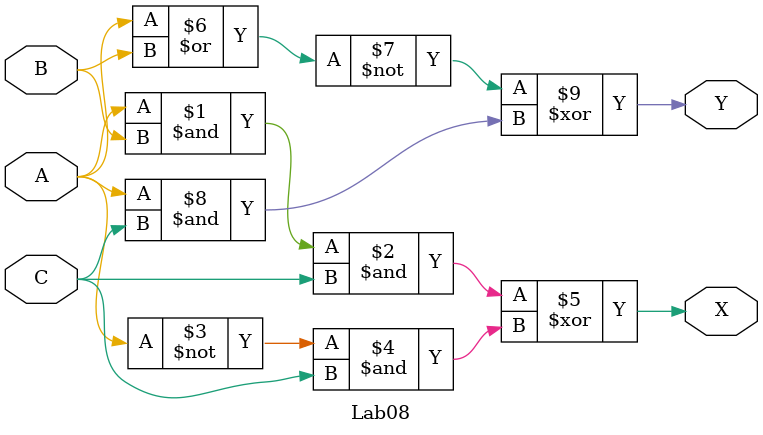
<source format=v>
module Lab08(A,B,C,X,Y);
	input A;
	input B;
	input C;
	output X;
	output Y;
	
	assign X=(A&B&C)^(~A&C);
	assign Y=~(A|B)^(A&C);

endmodule

</source>
